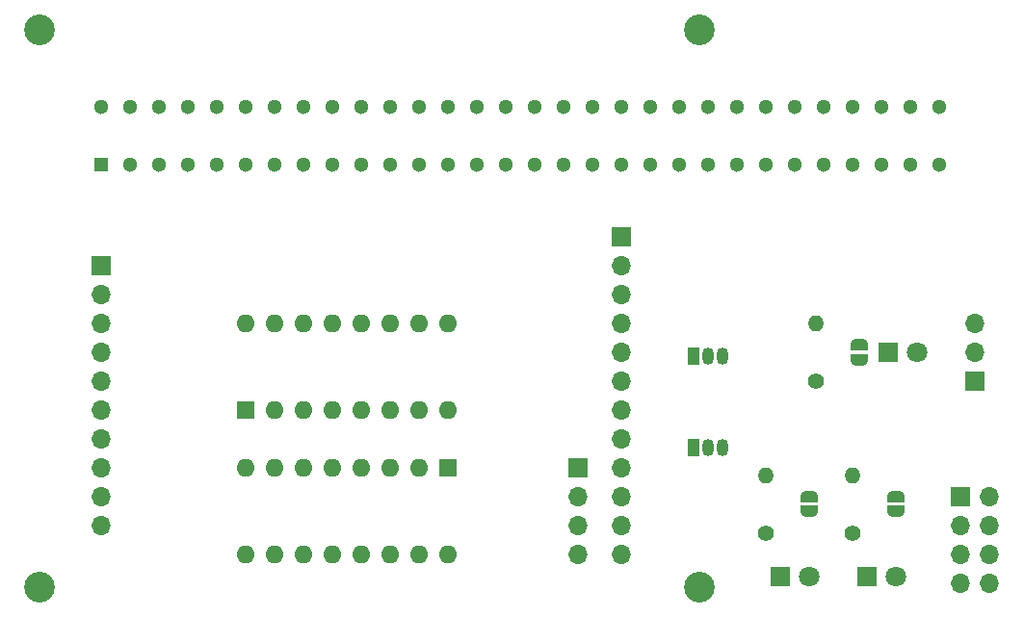
<source format=gts>
G04 #@! TF.GenerationSoftware,KiCad,Pcbnew,(6.0.9)*
G04 #@! TF.CreationDate,2022-12-17T09:54:21+09:00*
G04 #@! TF.ProjectId,hat-prot-02,6861742d-7072-46f7-942d-30322e6b6963,rev?*
G04 #@! TF.SameCoordinates,PX5f5e100PY5f5e100*
G04 #@! TF.FileFunction,Soldermask,Top*
G04 #@! TF.FilePolarity,Negative*
%FSLAX46Y46*%
G04 Gerber Fmt 4.6, Leading zero omitted, Abs format (unit mm)*
G04 Created by KiCad (PCBNEW (6.0.9)) date 2022-12-17 09:54:21*
%MOMM*%
%LPD*%
G01*
G04 APERTURE LIST*
G04 Aperture macros list*
%AMFreePoly0*
4,1,22,0.500000,-0.750000,0.000000,-0.750000,0.000000,-0.745033,-0.079941,-0.743568,-0.215256,-0.701293,-0.333266,-0.622738,-0.424486,-0.514219,-0.481581,-0.384460,-0.499164,-0.250000,-0.500000,-0.250000,-0.500000,0.250000,-0.499164,0.250000,-0.499963,0.256109,-0.478152,0.396186,-0.417904,0.524511,-0.324060,0.630769,-0.204165,0.706417,-0.067858,0.745374,0.000000,0.744959,0.000000,0.750000,
0.500000,0.750000,0.500000,-0.750000,0.500000,-0.750000,$1*%
%AMFreePoly1*
4,1,20,0.000000,0.744959,0.073905,0.744508,0.209726,0.703889,0.328688,0.626782,0.421226,0.519385,0.479903,0.390333,0.500000,0.250000,0.500000,-0.250000,0.499851,-0.262216,0.476331,-0.402017,0.414519,-0.529596,0.319384,-0.634700,0.198574,-0.708877,0.061801,-0.746166,0.000000,-0.745033,0.000000,-0.750000,-0.500000,-0.750000,-0.500000,0.750000,0.000000,0.750000,0.000000,0.744959,
0.000000,0.744959,$1*%
G04 Aperture macros list end*
%ADD10R,1.700000X1.700000*%
%ADD11O,1.700000X1.700000*%
%ADD12C,2.700000*%
%ADD13FreePoly0,90.000000*%
%ADD14FreePoly1,90.000000*%
%ADD15R,1.800000X1.800000*%
%ADD16C,1.800000*%
%ADD17C,1.400000*%
%ADD18O,1.400000X1.400000*%
%ADD19R,1.050000X1.500000*%
%ADD20O,1.050000X1.500000*%
%ADD21R,1.300000X1.300000*%
%ADD22C,1.300000*%
%ADD23R,1.600000X1.600000*%
%ADD24O,1.600000X1.600000*%
G04 APERTURE END LIST*
D10*
X84455000Y11430000D03*
D11*
X86995000Y11430000D03*
X84455000Y8890000D03*
X86995000Y8890000D03*
X84455000Y6350000D03*
X86995000Y6350000D03*
X84455000Y3810000D03*
X86995000Y3810000D03*
D12*
X61500000Y52500000D03*
D13*
X75565000Y23495000D03*
D14*
X75565000Y24795000D03*
D10*
X85725000Y21590000D03*
D11*
X85725000Y24130000D03*
X85725000Y26670000D03*
D15*
X68580000Y4445000D03*
D16*
X71120000Y4445000D03*
D17*
X71755000Y21590000D03*
D18*
X71755000Y26670000D03*
D19*
X60960000Y15790000D03*
D20*
X62230000Y15790000D03*
X63500000Y15790000D03*
D17*
X74930000Y8255000D03*
D18*
X74930000Y13335000D03*
D15*
X78105000Y24130000D03*
D16*
X80645000Y24130000D03*
D12*
X3500000Y3500000D03*
D21*
X8890000Y40640000D03*
D22*
X11430000Y40640000D03*
X13970000Y40640000D03*
X16510000Y40640000D03*
X19050000Y40640000D03*
X21590000Y40640000D03*
X24130000Y40640000D03*
X26670000Y40640000D03*
X29210000Y40640000D03*
X31750000Y40640000D03*
X34290000Y40640000D03*
X36830000Y40640000D03*
X39370000Y40640000D03*
X41910000Y40640000D03*
X44450000Y40640000D03*
X46990000Y40640000D03*
X49530000Y40640000D03*
X52070000Y40640000D03*
X54610000Y40640000D03*
X57150000Y40640000D03*
X59690000Y40640000D03*
X62230000Y40640000D03*
X64770000Y40640000D03*
X67310000Y40640000D03*
X69850000Y40640000D03*
X72390000Y40640000D03*
X74930000Y40640000D03*
X77470000Y40640000D03*
X80010000Y40640000D03*
X82550000Y40640000D03*
X8890000Y45720000D03*
X11430000Y45720000D03*
X13970000Y45720000D03*
X16510000Y45720000D03*
X19050000Y45720000D03*
X21590000Y45720000D03*
X24130000Y45720000D03*
X26670000Y45720000D03*
X29210000Y45720000D03*
X31750000Y45720000D03*
X34290000Y45720000D03*
X36830000Y45720000D03*
X39370000Y45720000D03*
X41910000Y45720000D03*
X44450000Y45720000D03*
X46990000Y45720000D03*
X49530000Y45720000D03*
X52070000Y45720000D03*
X54610000Y45720000D03*
X57150000Y45720000D03*
X59690000Y45720000D03*
X62230000Y45720000D03*
X64770000Y45720000D03*
X67310000Y45720000D03*
X69850000Y45720000D03*
X72390000Y45720000D03*
X74930000Y45720000D03*
X77470000Y45720000D03*
X80010000Y45720000D03*
X82550000Y45720000D03*
D12*
X3500000Y52500000D03*
D13*
X71120000Y10130000D03*
D14*
X71120000Y11430000D03*
D19*
X60960000Y23770000D03*
D20*
X62230000Y23770000D03*
X63500000Y23770000D03*
D17*
X67310000Y8255000D03*
D18*
X67310000Y13335000D03*
D23*
X21590000Y19050000D03*
D24*
X24130000Y19050000D03*
X26670000Y19050000D03*
X29210000Y19050000D03*
X31750000Y19050000D03*
X34290000Y19050000D03*
X36830000Y19050000D03*
X39370000Y19050000D03*
X39370000Y26670000D03*
X36830000Y26670000D03*
X34290000Y26670000D03*
X31750000Y26670000D03*
X29210000Y26670000D03*
X26670000Y26670000D03*
X24130000Y26670000D03*
X21590000Y26670000D03*
D12*
X61500000Y3500000D03*
D13*
X78740000Y10130000D03*
D14*
X78740000Y11430000D03*
D23*
X39355000Y13960000D03*
D24*
X36815000Y13960000D03*
X34275000Y13960000D03*
X31735000Y13960000D03*
X29195000Y13960000D03*
X26655000Y13960000D03*
X24115000Y13960000D03*
X21575000Y13960000D03*
X21575000Y6340000D03*
X24115000Y6340000D03*
X26655000Y6340000D03*
X29195000Y6340000D03*
X31735000Y6340000D03*
X34275000Y6340000D03*
X36815000Y6340000D03*
X39355000Y6340000D03*
D15*
X76200000Y4445000D03*
D16*
X78740000Y4445000D03*
D10*
X8915000Y31720000D03*
D11*
X8915000Y29180000D03*
X8915000Y26640000D03*
X8915000Y24100000D03*
X8915000Y21560000D03*
X8915000Y19020000D03*
X8915000Y16480000D03*
X8915000Y13940000D03*
X8915000Y11400000D03*
X8915000Y8860000D03*
D10*
X54585000Y34270000D03*
D11*
X54585000Y31730000D03*
X54585000Y29190000D03*
X54585000Y26650000D03*
X54585000Y24110000D03*
X54585000Y21570000D03*
X54585000Y19030000D03*
X54585000Y16490000D03*
X54585000Y13950000D03*
X54585000Y11410000D03*
X54585000Y8870000D03*
X54585000Y6330000D03*
D10*
X50800000Y13960000D03*
D11*
X50800000Y11420000D03*
X50800000Y8880000D03*
X50800000Y6340000D03*
M02*

</source>
